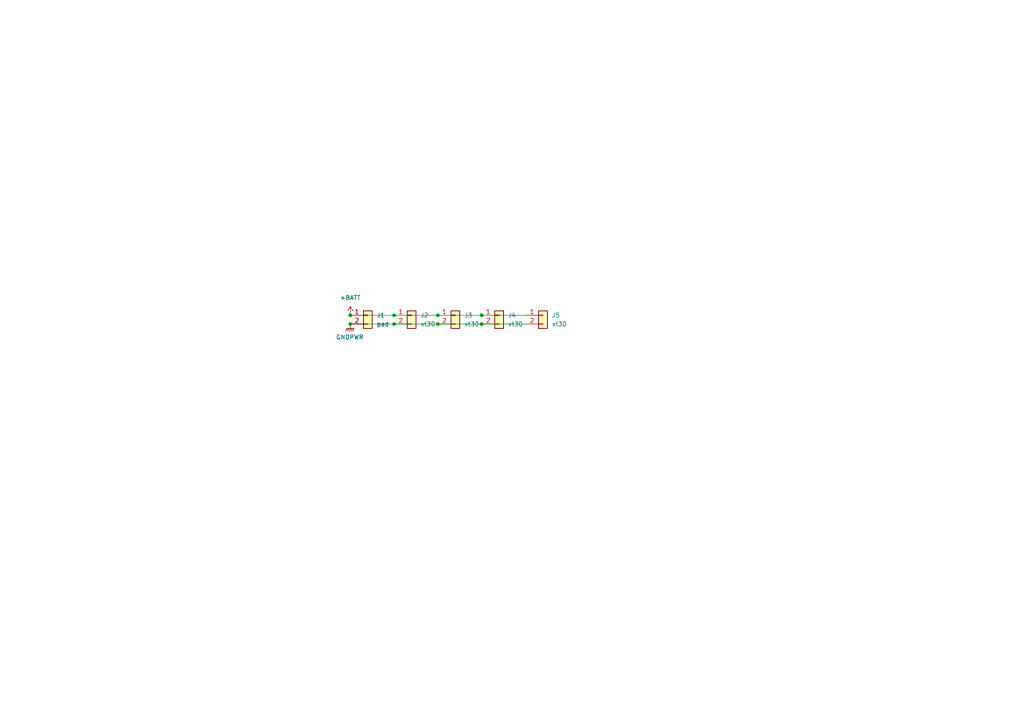
<source format=kicad_sch>
(kicad_sch (version 20230121) (generator eeschema)
  (paper "A4")
  (lib_symbols
    (symbol "Connector_Generic:Conn_01x02" (pin_names (offset 1.016) hide)
      (property "Reference" "J" (at 0 2.54 0))
      (property "Value" "Conn_01x02" (at 0 -5.08 0))
      (symbol "Conn_01x02_1_1"
        (rectangle (start -1.27 -2.413) (end 0 -2.667) (stroke (width 0.1524)))
        (rectangle (start -1.27 0.127) (end 0 -0.127) (stroke (width 0.1524)))
        (rectangle (start -1.27 1.27) (end 1.27 -3.81) (stroke (width 0.254)) (fill (type background)))
        (pin passive line (at -5.08 0 0) (length 3.81) (name "Pin_1") (number "1"))
        (pin passive line (at -5.08 -2.54 0) (length 3.81) (name "Pin_2") (number "2"))
      )
    )
    (symbol "power:+BATT" (power) (pin_names (offset 0))
      (property "Value" "+BATT" (at 0 3.556 0))
      (symbol "+BATT_0_1"
        (polyline (pts (xy -0.762 1.27) (xy 0 2.54)))
        (polyline (pts (xy 0 0) (xy 0 2.54)))
        (polyline (pts (xy 0 2.54) (xy 0.762 1.27)))
      )
      (symbol "+BATT_1_1"
        (pin power_in line (at 0 0 90) (length 0) hide (name "+BATT") (number "1"))
      )
    )
    (symbol "power:GNDPWR" (power) (pin_names (offset 0))
      (property "Value" "GNDPWR" (at 0 -3.302 0))
      (symbol "GNDPWR_0_1"
        (polyline (pts (xy 0 -1.27) (xy 0 0)))
        (polyline (pts (xy -1.016 -1.27) (xy -1.27 -2.032) (xy -1.27 -2.032)) (stroke (width 0.2032)))
        (polyline (pts (xy -0.508 -1.27) (xy -0.762 -2.032) (xy -0.762 -2.032)) (stroke (width 0.2032)))
        (polyline (pts (xy 0 -1.27) (xy -0.254 -2.032) (xy -0.254 -2.032)) (stroke (width 0.2032)))
        (polyline (pts (xy 0.508 -1.27) (xy 0.254 -2.032) (xy 0.254 -2.032)) (stroke (width 0.2032)))
        (polyline (pts (xy 1.016 -1.27) (xy -1.016 -1.27) (xy -1.016 -1.27)) (stroke (width 0.2032)))
        (polyline (pts (xy 1.016 -1.27) (xy 0.762 -2.032) (xy 0.762 -2.032) (xy 0.762 -2.032)) (stroke (width 0.2032)))
      )
      (symbol "GNDPWR_1_1"
        (pin power_in line (at 0 0 270) (length 0) hide (name "GNDPWR") (number "1"))
      )
    )
  )
  (junction (at 139.7 91.44))
  (junction (at 101.6 91.44))
  (junction (at 114.3 91.44))
  (junction (at 101.6 93.98))
  (junction (at 114.3 93.98))
  (junction (at 127 93.98))
  (junction (at 127 91.44))
  (junction (at 139.7 93.98))
  (wire (pts (xy 101.6 91.44) (xy 114.3 91.44)))
  (wire (pts (xy 139.7 91.44) (xy 152.4 91.44)))
  (wire (pts (xy 101.6 93.98) (xy 114.3 93.98)))
  (wire (pts (xy 127 93.98) (xy 139.7 93.98)))
  (wire (pts (xy 139.7 93.98) (xy 152.4 93.98)))
  (wire (pts (xy 114.3 93.98) (xy 127 93.98)))
  (wire (pts (xy 127 91.44) (xy 139.7 91.44)))
  (wire (pts (xy 114.3 91.44) (xy 127 91.44)))
  (symbol (lib_id "power:GNDPWR") (at 101.6 93.98 0) (unit 1)
    (property "Reference" "#PWR01" (effects hide))
    (property "Value" "GNDPWR" (at 101.473 97.79 0))
  )
  (symbol (lib_id "Connector_Generic:Conn_01x02") (at 106.68 91.44 0) (unit 1)
    (property "Reference" "J1" (at 109.22 91.44 0) (effects (justify left)))
    (property "Value" "pad" (at 109.22 93.98 0) (effects (justify left)))
    (property "Footprint" "NagaokaFootprint2023:POWER_PAD_normal" (effects hide))
  )
  (symbol (lib_id "Connector_Generic:Conn_01x02") (at 119.38 91.44 0) (unit 1)
    (property "Reference" "J2" (at 121.92 91.44 0) (effects (justify left)))
    (property "Value" "xt30" (at 121.92 93.98 0) (effects (justify left)))
    (property "Footprint" "Connector_AMASS:AMASS_XT30U-F_1x02_P5.0mm_Vertical" (effects hide))
  )
  (symbol (lib_id "power:+BATT") (at 101.6 91.44 0) (unit 1)
    (property "Reference" "#PWR02" (effects hide))
    (property "Value" "+BATT" (at 101.6 86.36 0))
  )
  (symbol (lib_id "Connector_Generic:Conn_01x02") (at 132.08 91.44 0) (unit 1)
    (property "Reference" "J3" (at 134.62 91.44 0) (effects (justify left)))
    (property "Value" "xt30" (at 134.62 93.98 0) (effects (justify left)))
    (property "Footprint" "Connector_AMASS:AMASS_XT30U-F_1x02_P5.0mm_Vertical" (effects hide))
  )
  (symbol (lib_id "Connector_Generic:Conn_01x02") (at 144.78 91.44 0) (unit 1)
    (property "Reference" "J4" (at 147.32 91.44 0) (effects (justify left)))
    (property "Value" "xt30" (at 147.32 93.98 0) (effects (justify left)))
    (property "Footprint" "Connector_AMASS:AMASS_XT30U-F_1x02_P5.0mm_Vertical" (effects hide))
  )
  (symbol (lib_id "Connector_Generic:Conn_01x02") (at 157.48 91.44 0) (unit 1)
    (property "Reference" "J5" (at 160.02 91.44 0) (effects (justify left)))
    (property "Value" "xt30" (at 160.02 93.98 0) (effects (justify left)))
    (property "Footprint" "Connector_AMASS:AMASS_XT30U-F_1x02_P5.0mm_Vertical" (effects hide))
  )
)
</source>
